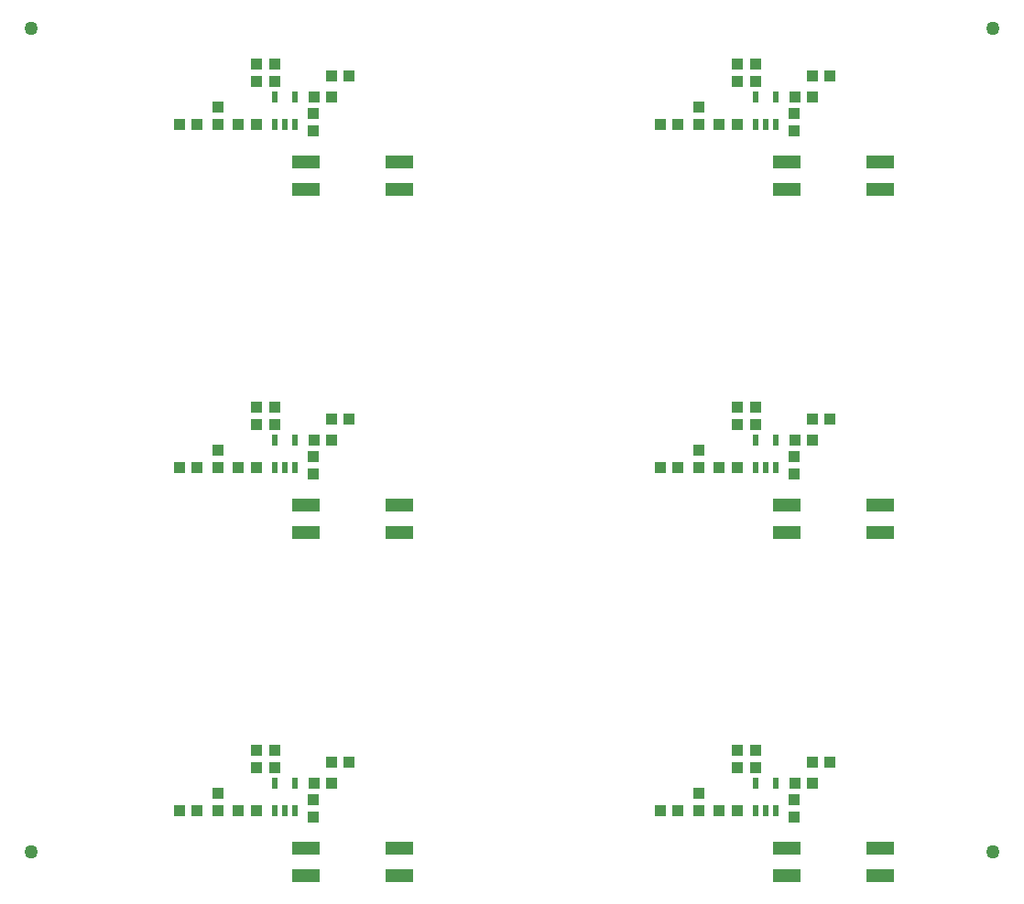
<source format=gbr>
*
%FSLAX26Y26*%
%MOIN*%
%ADD10R,0.024000X0.040000*%
%ADD11R,0.100000X0.050000*%
%ADD12R,0.040000X0.040000*%
%ADD13C,0.050000*%
%IPPOS*%
%LNcsp.gbr*%
%LPD*%
G75*
G54D10*
X1135500Y900000D03*
X1172500D03*
X1209500D03*
Y1000000D03*
X1135500D03*
G54D11*
X1248750Y762500D03*
Y662500D03*
X1588750D03*
Y762500D03*
G54D12*
X1004000Y900000D03*
X1068000D03*
X1068750Y1055500D03*
Y1119500D03*
X1137500Y1055500D03*
Y1119500D03*
X1343000Y1075000D03*
X1407000D03*
X930000Y964000D03*
Y900000D03*
X1344500Y1000000D03*
X1280500D03*
X1275000Y938250D03*
Y874250D03*
X852000Y900000D03*
X788000D03*
G54D10*
X1135500Y2150000D03*
X1172500D03*
X1209500D03*
Y2250000D03*
X1135500D03*
G54D11*
X1248750Y2012500D03*
Y1912500D03*
X1588750D03*
Y2012500D03*
G54D12*
X1004000Y2150000D03*
X1068000D03*
X1068750Y2305500D03*
Y2369500D03*
X1137500Y2305500D03*
Y2369500D03*
X1343000Y2325000D03*
X1407000D03*
X930000Y2214000D03*
Y2150000D03*
X1344500Y2250000D03*
X1280500D03*
X1275000Y2188250D03*
Y2124250D03*
X852000Y2150000D03*
X788000D03*
G54D10*
X1135500Y3400000D03*
X1172500D03*
X1209500D03*
Y3500000D03*
X1135500D03*
G54D11*
X1248750Y3262500D03*
Y3162500D03*
X1588750D03*
Y3262500D03*
G54D12*
X1004000Y3400000D03*
X1068000D03*
X1068750Y3555500D03*
Y3619500D03*
X1137500Y3555500D03*
Y3619500D03*
X1343000Y3575000D03*
X1407000D03*
X930000Y3464000D03*
Y3400000D03*
X1344500Y3500000D03*
X1280500D03*
X1275000Y3438250D03*
Y3374250D03*
X852000Y3400000D03*
X788000D03*
G54D10*
X2885500Y900000D03*
X2922500D03*
X2959500D03*
Y1000000D03*
X2885500D03*
G54D11*
X2998750Y762500D03*
Y662500D03*
X3338750D03*
Y762500D03*
G54D12*
X2754000Y900000D03*
X2818000D03*
X2818750Y1055500D03*
Y1119500D03*
X2887500Y1055500D03*
Y1119500D03*
X3093000Y1075000D03*
X3157000D03*
X2680000Y964000D03*
Y900000D03*
X3094500Y1000000D03*
X3030500D03*
X3025000Y938250D03*
Y874250D03*
X2602000Y900000D03*
X2538000D03*
G54D10*
X2885500Y2150000D03*
X2922500D03*
X2959500D03*
Y2250000D03*
X2885500D03*
G54D11*
X2998750Y2012500D03*
Y1912500D03*
X3338750D03*
Y2012500D03*
G54D12*
X2754000Y2150000D03*
X2818000D03*
X2818750Y2305500D03*
Y2369500D03*
X2887500Y2305500D03*
Y2369500D03*
X3093000Y2325000D03*
X3157000D03*
X2680000Y2214000D03*
Y2150000D03*
X3094500Y2250000D03*
X3030500D03*
X3025000Y2188250D03*
Y2124250D03*
X2602000Y2150000D03*
X2538000D03*
G54D10*
X2885500Y3400000D03*
X2922500D03*
X2959500D03*
Y3500000D03*
X2885500D03*
G54D11*
X2998750Y3262500D03*
Y3162500D03*
X3338750D03*
Y3262500D03*
G54D12*
X2754000Y3400000D03*
X2818000D03*
X2818750Y3555500D03*
Y3619500D03*
X2887500Y3555500D03*
Y3619500D03*
X3093000Y3575000D03*
X3157000D03*
X2680000Y3464000D03*
Y3400000D03*
X3094500Y3500000D03*
X3030500D03*
X3025000Y3438250D03*
Y3374250D03*
X2602000Y3400000D03*
X2538000D03*
G54D13*
X250000Y750000D03*
G54D13*
X3750000D03*
G54D13*
X250000Y3750000D03*
X3750000D03*
M02*

</source>
